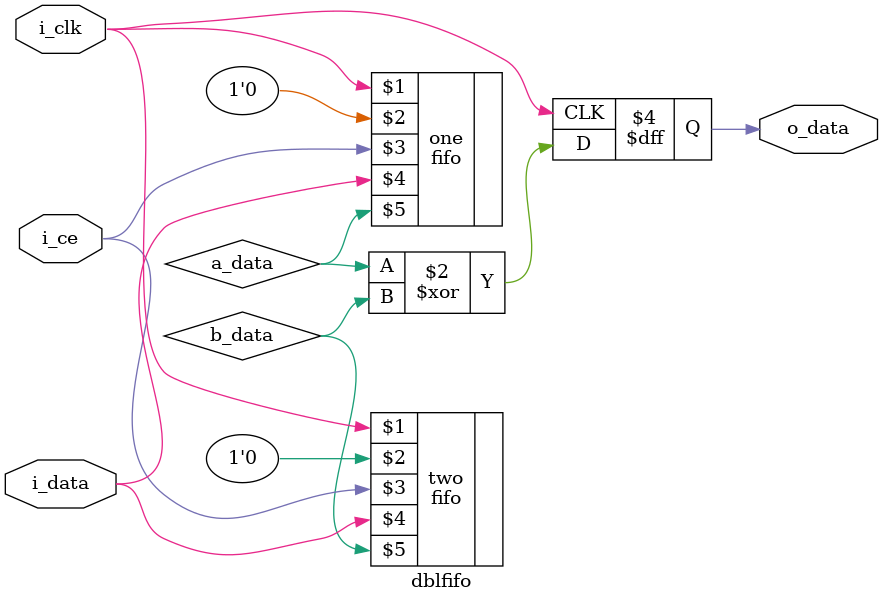
<source format=v>
`default_nettype	none
module dblfifo(i_clk, i_ce, i_data, o_data);
	input	wire	i_clk, i_ce;
	
	input	wire	i_data;
	output	wire	o_data;

	wire	a_data, b_data;

	fifo	one(i_clk, 1'b0, i_ce, i_data, a_data);
	fifo	two(i_clk, 1'b0, i_ce, i_data, b_data);

	initial	o_data = 1'b0;
	always @(posedge i_clk)
		o_data <= a_data ^ b_data;

    `ifdef FORMAL
        // your properties here
    `endif
endmodule

</source>
